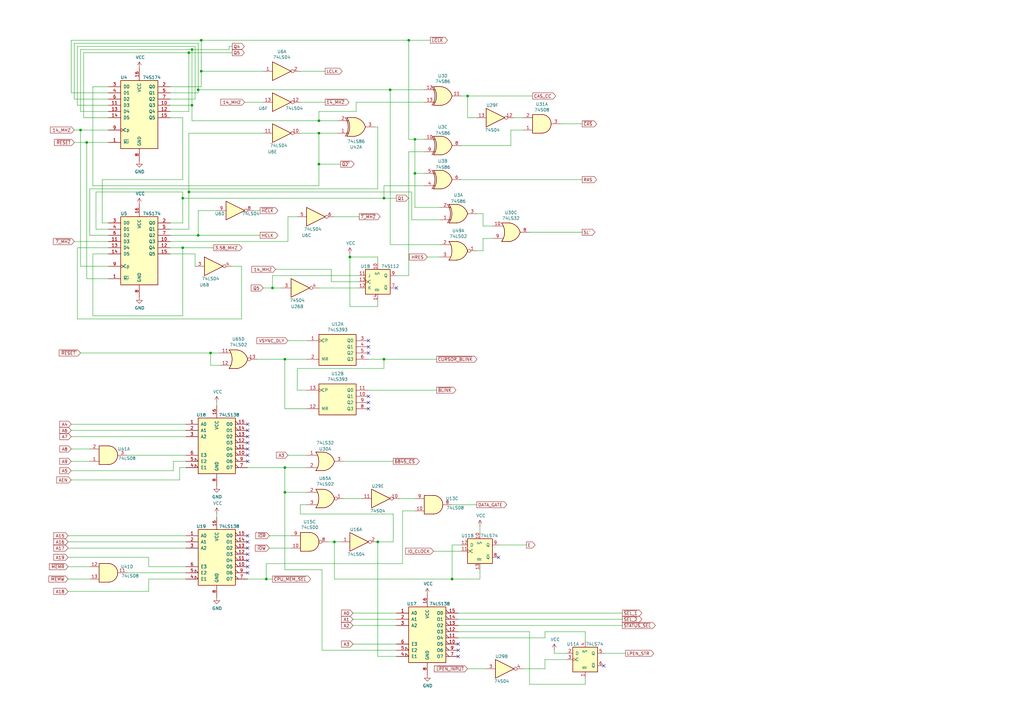
<source format=kicad_sch>
(kicad_sch (version 20230121) (generator eeschema)
  (paper "A3")
  (lib_symbols
    (symbol "74xx:74LS00" (pin_names (offset 1.016))
      (property "Reference" "U" (at 0 1.27 0))
      (property "Value" "74LS00" (at 0 -1.27 0))
      (symbol "74LS00_1_1"
        (pin input line (at -7.62 2.54 0) (length 3.81) (name "~") (number "1"))
        (pin input line (at -7.62 -2.54 0) (length 3.81) (name "~") (number "2"))
        (pin output inverted (at 7.62 0 180) (length 3.81) (name "~") (number "3"))
      )
      (symbol "74LS00_1_2"
        (pin input inverted (at -7.62 2.54 0) (length 4.318) (name "~") (number "1"))
        (pin input inverted (at -7.62 -2.54 0) (length 4.318) (name "~") (number "2"))
        (pin output line (at 7.62 0 180) (length 3.81) (name "~") (number "3"))
      )
      (symbol "74LS00_2_1"
        (pin input line (at -7.62 2.54 0) (length 3.81) (name "~") (number "4"))
        (pin input line (at -7.62 -2.54 0) (length 3.81) (name "~") (number "5"))
        (pin output inverted (at 7.62 0 180) (length 3.81) (name "~") (number "6"))
      )
      (symbol "74LS00_2_2"
        (pin input inverted (at -7.62 2.54 0) (length 4.318) (name "~") (number "4"))
        (pin input inverted (at -7.62 -2.54 0) (length 4.318) (name "~") (number "5"))
        (pin output line (at 7.62 0 180) (length 3.81) (name "~") (number "6"))
      )
      (symbol "74LS00_3_1"
        (pin input line (at -7.62 -2.54 0) (length 3.81) (name "~") (number "10"))
        (pin output inverted (at 7.62 0 180) (length 3.81) (name "~") (number "8"))
        (pin input line (at -7.62 2.54 0) (length 3.81) (name "~") (number "9"))
      )
      (symbol "74LS00_3_2"
        (pin input inverted (at -7.62 -2.54 0) (length 4.318) (name "~") (number "10"))
        (pin output line (at 7.62 0 180) (length 3.81) (name "~") (number "8"))
        (pin input inverted (at -7.62 2.54 0) (length 4.318) (name "~") (number "9"))
      )
      (symbol "74LS00_4_1"
        (pin output inverted (at 7.62 0 180) (length 3.81) (name "~") (number "11"))
        (pin input line (at -7.62 2.54 0) (length 3.81) (name "~") (number "12"))
        (pin input line (at -7.62 -2.54 0) (length 3.81) (name "~") (number "13"))
      )
      (symbol "74LS00_4_2"
        (pin output line (at 7.62 0 180) (length 3.81) (name "~") (number "11"))
        (pin input inverted (at -7.62 2.54 0) (length 4.318) (name "~") (number "12"))
        (pin input inverted (at -7.62 -2.54 0) (length 4.318) (name "~") (number "13"))
      )
      (symbol "74LS00_5_0"
        (pin power_in line (at 0 12.7 270) (length 5.08) (name "VCC") (number "14"))
        (pin power_in line (at 0 -12.7 90) (length 5.08) (name "GND") (number "7"))
      )
    )
    (symbol "74xx:74LS02" (pin_names (offset 1.016))
      (property "Reference" "U" (at 0 1.27 0))
      (property "Value" "74LS02" (at 0 -1.27 0))
      (symbol "74LS02_1_1"
        (pin output inverted (at 7.62 0 180) (length 3.81) (name "~") (number "1"))
        (pin input line (at -7.62 2.54 0) (length 4.318) (name "~") (number "2"))
        (pin input line (at -7.62 -2.54 0) (length 4.318) (name "~") (number "3"))
      )
      (symbol "74LS02_1_2"
        (pin output line (at 7.62 0 180) (length 3.81) (name "~") (number "1"))
        (pin input inverted (at -7.62 2.54 0) (length 3.81) (name "~") (number "2"))
        (pin input inverted (at -7.62 -2.54 0) (length 3.81) (name "~") (number "3"))
      )
      (symbol "74LS02_2_1"
        (pin output inverted (at 7.62 0 180) (length 3.81) (name "~") (number "4"))
        (pin input line (at -7.62 2.54 0) (length 4.318) (name "~") (number "5"))
        (pin input line (at -7.62 -2.54 0) (length 4.318) (name "~") (number "6"))
      )
      (symbol "74LS02_2_2"
        (pin output line (at 7.62 0 180) (length 3.81) (name "~") (number "4"))
        (pin input inverted (at -7.62 2.54 0) (length 3.81) (name "~") (number "5"))
        (pin input inverted (at -7.62 -2.54 0) (length 3.81) (name "~") (number "6"))
      )
      (symbol "74LS02_3_1"
        (pin output inverted (at 7.62 0 180) (length 3.81) (name "~") (number "10"))
        (pin input line (at -7.62 2.54 0) (length 4.318) (name "~") (number "8"))
        (pin input line (at -7.62 -2.54 0) (length 4.318) (name "~") (number "9"))
      )
      (symbol "74LS02_3_2"
        (pin output line (at 7.62 0 180) (length 3.81) (name "~") (number "10"))
        (pin input inverted (at -7.62 2.54 0) (length 3.81) (name "~") (number "8"))
        (pin input inverted (at -7.62 -2.54 0) (length 3.81) (name "~") (number "9"))
      )
      (symbol "74LS02_4_1"
        (pin input line (at -7.62 2.54 0) (length 4.318) (name "~") (number "11"))
        (pin input line (at -7.62 -2.54 0) (length 4.318) (name "~") (number "12"))
        (pin output inverted (at 7.62 0 180) (length 3.81) (name "~") (number "13"))
      )
      (symbol "74LS02_4_2"
        (pin input inverted (at -7.62 2.54 0) (length 3.81) (name "~") (number "11"))
        (pin input inverted (at -7.62 -2.54 0) (length 3.81) (name "~") (number "12"))
        (pin output line (at 7.62 0 180) (length 3.81) (name "~") (number "13"))
      )
      (symbol "74LS02_5_0"
        (pin power_in line (at 0 12.7 270) (length 5.08) (name "VCC") (number "14"))
        (pin power_in line (at 0 -12.7 90) (length 5.08) (name "GND") (number "7"))
      )
    )
    (symbol "74xx:74LS04"
      (property "Reference" "U" (at 0 1.27 0))
      (property "Value" "74LS04" (at 0 -1.27 0))
      (symbol "74LS04_1_0"
        (pin input line (at -7.62 0 0) (length 3.81) (name "~") (number "1"))
        (pin output inverted (at 7.62 0 180) (length 3.81) (name "~") (number "2"))
      )
      (symbol "74LS04_2_0"
        (pin input line (at -7.62 0 0) (length 3.81) (name "~") (number "3"))
        (pin output inverted (at 7.62 0 180) (length 3.81) (name "~") (number "4"))
      )
      (symbol "74LS04_3_0"
        (pin input line (at -7.62 0 0) (length 3.81) (name "~") (number "5"))
        (pin output inverted (at 7.62 0 180) (length 3.81) (name "~") (number "6"))
      )
      (symbol "74LS04_4_0"
        (pin output inverted (at 7.62 0 180) (length 3.81) (name "~") (number "8"))
        (pin input line (at -7.62 0 0) (length 3.81) (name "~") (number "9"))
      )
      (symbol "74LS04_5_0"
        (pin output inverted (at 7.62 0 180) (length 3.81) (name "~") (number "10"))
        (pin input line (at -7.62 0 0) (length 3.81) (name "~") (number "11"))
      )
      (symbol "74LS04_6_0"
        (pin output inverted (at 7.62 0 180) (length 3.81) (name "~") (number "12"))
        (pin input line (at -7.62 0 0) (length 3.81) (name "~") (number "13"))
      )
      (symbol "74LS04_7_0"
        (pin power_in line (at 0 12.7 270) (length 5.08) (name "VCC") (number "14"))
        (pin power_in line (at 0 -12.7 90) (length 5.08) (name "GND") (number "7"))
      )
    )
    (symbol "74xx:74LS08" (pin_names (offset 1.016))
      (property "Reference" "U" (at 0 1.27 0))
      (property "Value" "74LS08" (at 0 -1.27 0))
      (symbol "74LS08_1_1"
        (pin input line (at -7.62 2.54 0) (length 3.81) (name "~") (number "1"))
        (pin input line (at -7.62 -2.54 0) (length 3.81) (name "~") (number "2"))
        (pin output line (at 7.62 0 180) (length 3.81) (name "~") (number "3"))
      )
      (symbol "74LS08_1_2"
        (pin input inverted (at -7.62 2.54 0) (length 4.318) (name "~") (number "1"))
        (pin input inverted (at -7.62 -2.54 0) (length 4.318) (name "~") (number "2"))
        (pin output inverted (at 7.62 0 180) (length 3.81) (name "~") (number "3"))
      )
      (symbol "74LS08_2_1"
        (pin input line (at -7.62 2.54 0) (length 3.81) (name "~") (number "4"))
        (pin input line (at -7.62 -2.54 0) (length 3.81) (name "~") (number "5"))
        (pin output line (at 7.62 0 180) (length 3.81) (name "~") (number "6"))
      )
      (symbol "74LS08_2_2"
        (pin input inverted (at -7.62 2.54 0) (length 4.318) (name "~") (number "4"))
        (pin input inverted (at -7.62 -2.54 0) (length 4.318) (name "~") (number "5"))
        (pin output inverted (at 7.62 0 180) (length 3.81) (name "~") (number "6"))
      )
      (symbol "74LS08_3_1"
        (pin input line (at -7.62 -2.54 0) (length 3.81) (name "~") (number "10"))
        (pin output line (at 7.62 0 180) (length 3.81) (name "~") (number "8"))
        (pin input line (at -7.62 2.54 0) (length 3.81) (name "~") (number "9"))
      )
      (symbol "74LS08_3_2"
        (pin input inverted (at -7.62 -2.54 0) (length 4.318) (name "~") (number "10"))
        (pin output inverted (at 7.62 0 180) (length 3.81) (name "~") (number "8"))
        (pin input inverted (at -7.62 2.54 0) (length 4.318) (name "~") (number "9"))
      )
      (symbol "74LS08_4_1"
        (pin output line (at 7.62 0 180) (length 3.81) (name "~") (number "11"))
        (pin input line (at -7.62 2.54 0) (length 3.81) (name "~") (number "12"))
        (pin input line (at -7.62 -2.54 0) (length 3.81) (name "~") (number "13"))
      )
      (symbol "74LS08_4_2"
        (pin output inverted (at 7.62 0 180) (length 3.81) (name "~") (number "11"))
        (pin input inverted (at -7.62 2.54 0) (length 4.318) (name "~") (number "12"))
        (pin input inverted (at -7.62 -2.54 0) (length 4.318) (name "~") (number "13"))
      )
      (symbol "74LS08_5_0"
        (pin power_in line (at 0 12.7 270) (length 5.08) (name "VCC") (number "14"))
        (pin power_in line (at 0 -12.7 90) (length 5.08) (name "GND") (number "7"))
      )
    )
    (symbol "74xx:74LS112" (pin_names (offset 1.016))
      (property "Reference" "U" (at -7.62 8.89 0))
      (property "Value" "74LS112" (at -7.62 -8.89 0))
      (symbol "74LS112_1_0"
        (pin input clock (at -7.62 0 0) (length 2.54) (name "C") (number "1"))
        (pin input line (at 0 -7.62 90) (length 2.54) (name "~{R}") (number "15"))
        (pin input line (at -7.62 -2.54 0) (length 2.54) (name "K") (number "2"))
        (pin input line (at -7.62 2.54 0) (length 2.54) (name "J") (number "3"))
        (pin input line (at 0 7.62 270) (length 2.54) (name "~{S}") (number "4"))
        (pin output line (at 7.62 2.54 180) (length 2.54) (name "Q") (number "5"))
        (pin output line (at 7.62 -2.54 180) (length 2.54) (name "~{Q}") (number "6"))
      )
      (symbol "74LS112_2_0"
        (pin input line (at 0 7.62 270) (length 2.54) (name "~{S}") (number "10"))
        (pin input line (at -7.62 2.54 0) (length 2.54) (name "J") (number "11"))
        (pin input line (at -7.62 -2.54 0) (length 2.54) (name "K") (number "12"))
        (pin input clock (at -7.62 0 0) (length 2.54) (name "C") (number "13"))
        (pin input line (at 0 -7.62 90) (length 2.54) (name "~{R}") (number "14"))
        (pin output line (at 7.62 -2.54 180) (length 2.54) (name "~{Q}") (number "7"))
        (pin output line (at 7.62 2.54 180) (length 2.54) (name "Q") (number "9"))
      )
      (symbol "74LS112_3_0"
        (pin power_in line (at 0 10.16 270) (length 2.54) (name "VCC") (number "16"))
        (pin power_in line (at 0 -10.16 90) (length 2.54) (name "GND") (number "8"))
      )
    )
    (symbol "74xx:74LS138" (pin_names (offset 1.016))
      (property "Reference" "U" (at -7.62 11.43 0))
      (property "Value" "74LS138" (at -7.62 -13.97 0))
      (symbol "74LS138_1_0"
        (pin input line (at -12.7 7.62 0) (length 5.08) (name "A0") (number "1"))
        (pin output output_low (at 12.7 -5.08 180) (length 5.08) (name "O5") (number "10"))
        (pin output output_low (at 12.7 -2.54 180) (length 5.08) (name "O4") (number "11"))
        (pin output output_low (at 12.7 0 180) (length 5.08) (name "O3") (number "12"))
        (pin output output_low (at 12.7 2.54 180) (length 5.08) (name "O2") (number "13"))
        (pin output output_low (at 12.7 5.08 180) (length 5.08) (name "O1") (number "14"))
        (pin output output_low (at 12.7 7.62 180) (length 5.08) (name "O0") (number "15"))
        (pin power_in line (at 0 15.24 270) (length 5.08) (name "VCC") (number "16"))
        (pin input line (at -12.7 5.08 0) (length 5.08) (name "A1") (number "2"))
        (pin input line (at -12.7 2.54 0) (length 5.08) (name "A2") (number "3"))
        (pin input input_low (at -12.7 -10.16 0) (length 5.08) (name "E1") (number "4"))
        (pin input input_low (at -12.7 -7.62 0) (length 5.08) (name "E2") (number "5"))
        (pin input line (at -12.7 -5.08 0) (length 5.08) (name "E3") (number "6"))
        (pin output output_low (at 12.7 -10.16 180) (length 5.08) (name "O7") (number "7"))
        (pin power_in line (at 0 -17.78 90) (length 5.08) (name "GND") (number "8"))
        (pin output output_low (at 12.7 -7.62 180) (length 5.08) (name "O6") (number "9"))
      )
    )
    (symbol "74xx:74LS174" (pin_names (offset 1.016))
      (property "Reference" "U" (at -7.62 13.97 0))
      (property "Value" "74LS174" (at -7.62 -16.51 0))
      (symbol "74LS174_1_0"
        (pin input line (at -12.7 -12.7 0) (length 5.08) (name "~{Mr}") (number "1"))
        (pin output line (at 12.7 2.54 180) (length 5.08) (name "Q3") (number "10"))
        (pin input line (at -12.7 2.54 0) (length 5.08) (name "D3") (number "11"))
        (pin output line (at 12.7 0 180) (length 5.08) (name "Q4") (number "12"))
        (pin input line (at -12.7 0 0) (length 5.08) (name "D4") (number "13"))
        (pin input line (at -12.7 -2.54 0) (length 5.08) (name "D5") (number "14"))
        (pin output line (at 12.7 -2.54 180) (length 5.08) (name "Q5") (number "15"))
        (pin power_in line (at 0 17.78 270) (length 5.08) (name "VCC") (number "16"))
        (pin output line (at 12.7 10.16 180) (length 5.08) (name "Q0") (number "2"))
        (pin input line (at -12.7 10.16 0) (length 5.08) (name "D0") (number "3"))
        (pin input line (at -12.7 7.62 0) (length 5.08) (name "D1") (number "4"))
        (pin output line (at 12.7 7.62 180) (length 5.08) (name "Q1") (number "5"))
        (pin input line (at -12.7 5.08 0) (length 5.08) (name "D2") (number "6"))
        (pin output line (at 12.7 5.08 180) (length 5.08) (name "Q2") (number "7"))
        (pin power_in line (at 0 -20.32 90) (length 5.08) (name "GND") (number "8"))
        (pin input clock (at -12.7 -7.62 0) (length 5.08) (name "Cp") (number "9"))
      )
    )
    (symbol "74xx:74LS32" (pin_names (offset 1.016))
      (property "Reference" "U" (at 0 1.27 0))
      (property "Value" "74LS32" (at 0 -1.27 0))
      (symbol "74LS32_1_1"
        (pin input line (at -7.62 2.54 0) (length 4.318) (name "~") (number "1"))
        (pin input line (at -7.62 -2.54 0) (length 4.318) (name "~") (number "2"))
        (pin output line (at 7.62 0 180) (length 3.81) (name "~") (number "3"))
      )
      (symbol "74LS32_1_2"
        (pin input inverted (at -7.62 2.54 0) (length 3.81) (name "~") (number "1"))
        (pin input inverted (at -7.62 -2.54 0) (length 3.81) (name "~") (number "2"))
        (pin output inverted (at 7.62 0 180) (length 3.81) (name "~") (number "3"))
      )
      (symbol "74LS32_2_1"
        (pin input line (at -7.62 2.54 0) (length 4.318) (name "~") (number "4"))
        (pin input line (at -7.62 -2.54 0) (length 4.318) (name "~") (number "5"))
        (pin output line (at 7.62 0 180) (length 3.81) (name "~") (number "6"))
      )
      (symbol "74LS32_2_2"
        (pin input inverted (at -7.62 2.54 0) (length 3.81) (name "~") (number "4"))
        (pin input inverted (at -7.62 -2.54 0) (length 3.81) (name "~") (number "5"))
        (pin output inverted (at 7.62 0 180) (length 3.81) (name "~") (number "6"))
      )
      (symbol "74LS32_3_1"
        (pin input line (at -7.62 -2.54 0) (length 4.318) (name "~") (number "10"))
        (pin output line (at 7.62 0 180) (length 3.81) (name "~") (number "8"))
        (pin input line (at -7.62 2.54 0) (length 4.318) (name "~") (number "9"))
      )
      (symbol "74LS32_3_2"
        (pin input inverted (at -7.62 -2.54 0) (length 3.81) (name "~") (number "10"))
        (pin output inverted (at 7.62 0 180) (length 3.81) (name "~") (number "8"))
        (pin input inverted (at -7.62 2.54 0) (length 3.81) (name "~") (number "9"))
      )
      (symbol "74LS32_4_1"
        (pin output line (at 7.62 0 180) (length 3.81) (name "~") (number "11"))
        (pin input line (at -7.62 2.54 0) (length 4.318) (name "~") (number "12"))
        (pin input line (at -7.62 -2.54 0) (length 4.318) (name "~") (number "13"))
      )
      (symbol "74LS32_4_2"
        (pin output inverted (at 7.62 0 180) (length 3.81) (name "~") (number "11"))
        (pin input inverted (at -7.62 2.54 0) (length 3.81) (name "~") (number "12"))
        (pin input inverted (at -7.62 -2.54 0) (length 3.81) (name "~") (number "13"))
      )
      (symbol "74LS32_5_0"
        (pin power_in line (at 0 12.7 270) (length 5.08) (name "VCC") (number "14"))
        (pin power_in line (at 0 -12.7 90) (length 5.08) (name "GND") (number "7"))
      )
    )
    (symbol "74xx:74LS393" (pin_names (offset 1.016))
      (property "Reference" "U" (at -7.62 8.89 0))
      (property "Value" "74LS393" (at -7.62 -8.89 0))
      (symbol "74LS393_1_0"
        (pin input clock (at -12.7 2.54 0) (length 5.08) (name "CP") (number "1"))
        (pin input line (at -12.7 -5.08 0) (length 5.08) (name "MR") (number "2"))
        (pin output line (at 12.7 2.54 180) (length 5.08) (name "Q0") (number "3"))
        (pin output line (at 12.7 0 180) (length 5.08) (name "Q1") (number "4"))
        (pin output line (at 12.7 -2.54 180) (length 5.08) (name "Q2") (number "5"))
        (pin output line (at 12.7 -5.08 180) (length 5.08) (name "Q3") (number "6"))
      )
      (symbol "74LS393_2_0"
        (pin output line (at 12.7 0 180) (length 5.08) (name "Q1") (number "10"))
        (pin output line (at 12.7 2.54 180) (length 5.08) (name "Q0") (number "11"))
        (pin input line (at -12.7 -5.08 0) (length 5.08) (name "MR") (number "12"))
        (pin input clock (at -12.7 2.54 0) (length 5.08) (name "CP") (number "13"))
        (pin output line (at 12.7 -5.08 180) (length 5.08) (name "Q3") (number "8"))
        (pin output line (at 12.7 -2.54 180) (length 5.08) (name "Q2") (number "9"))
      )
      (symbol "74LS393_3_0"
        (pin power_in line (at 0 12.7 270) (length 5.08) (name "VCC") (number "14"))
        (pin power_in line (at 0 -12.7 90) (length 5.08) (name "GND") (number "7"))
      )
    )
    (symbol "74xx:74LS74" (pin_names (offset 1.016))
      (property "Reference" "U" (at -7.62 8.89 0))
      (property "Value" "74LS74" (at -7.62 -8.89 0))
      (symbol "74LS74_1_0"
        (pin input line (at 0 -7.62 90) (length 2.54) (name "~{R}") (number "1"))
        (pin input line (at -7.62 2.54 0) (length 2.54) (name "D") (number "2"))
        (pin input clock (at -7.62 0 0) (length 2.54) (name "C") (number "3"))
        (pin input line (at 0 7.62 270) (length 2.54) (name "~{S}") (number "4"))
        (pin output line (at 7.62 2.54 180) (length 2.54) (name "Q") (number "5"))
        (pin output line (at 7.62 -2.54 180) (length 2.54) (name "~{Q}") (number "6"))
      )
      (symbol "74LS74_2_0"
        (pin input line (at 0 7.62 270) (length 2.54) (name "~{S}") (number "10"))
        (pin input clock (at -7.62 0 0) (length 2.54) (name "C") (number "11"))
        (pin input line (at -7.62 2.54 0) (length 2.54) (name "D") (number "12"))
        (pin input line (at 0 -7.62 90) (length 2.54) (name "~{R}") (number "13"))
        (pin output line (at 7.62 -2.54 180) (length 2.54) (name "~{Q}") (number "8"))
        (pin output line (at 7.62 2.54 180) (length 2.54) (name "Q") (number "9"))
      )
      (symbol "74LS74_3_0"
        (pin power_in line (at 0 10.16 270) (length 2.54) (name "VCC") (number "14"))
        (pin power_in line (at 0 -10.16 90) (length 2.54) (name "GND") (number "7"))
      )
    )
    (symbol "74xx:74LS86" (pin_names (offset 1.016))
      (property "Reference" "U" (at 0 1.27 0))
      (property "Value" "74LS86" (at 0 -1.27 0))
      (symbol "74LS86_1_0"
        (pin input line (at -7.62 2.54 0) (length 4.445) (name "~") (number "1"))
        (pin input line (at -7.62 -2.54 0) (length 4.445) (name "~") (number "2"))
        (pin output line (at 7.62 0 180) (length 3.81) (name "~") (number "3"))
      )
      (symbol "74LS86_2_0"
        (pin input line (at -7.62 2.54 0) (length 4.445) (name "~") (number "4"))
        (pin input line (at -7.62 -2.54 0) (length 4.445) (name "~") (number "5"))
        (pin output line (at 7.62 0 180) (length 3.81) (name "~") (number "6"))
      )
      (symbol "74LS86_3_0"
        (pin input line (at -7.62 -2.54 0) (length 4.445) (name "~") (number "10"))
        (pin output line (at 7.62 0 180) (length 3.81) (name "~") (number "8"))
        (pin input line (at -7.62 2.54 0) (length 4.445) (name "~") (number "9"))
      )
      (symbol "74LS86_4_0"
        (pin output line (at 7.62 0 180) (length 3.81) (name "~") (number "11"))
        (pin input line (at -7.62 2.54 0) (length 4.445) (name "~") (number "12"))
        (pin input line (at -7.62 -2.54 0) (length 4.445) (name "~") (number "13"))
      )
      (symbol "74LS86_5_0"
        (pin power_in line (at 0 12.7 270) (length 5.08) (name "VCC") (number "14"))
        (pin power_in line (at 0 -12.7 90) (length 5.08) (name "GND") (number "7"))
      )
    )
    (symbol "power:GND" (power) (pin_names (offset 0))
      (property "Value" "GND" (at 0 -3.81 0))
      (symbol "GND_1_1"
        (pin power_in line (at 0 0 270) (length 0) hide (name "GND") (number "1"))
      )
    )
    (symbol "power:VCC" (power) (pin_names (offset 0))
      (property "Value" "VCC" (at 0 3.81 0))
      (symbol "VCC_1_1"
        (pin power_in line (at 0 0 90) (length 0) hide (name "VCC") (number "1"))
      )
    )
  )
  (junction (at 185.42 237.49))
  (junction (at 130.81 67.31))
  (junction (at 81.28 96.52))
  (junction (at 154.94 222.25))
  (junction (at 167.64 16.51))
  (junction (at 81.28 36.83))
  (junction (at 116.84 147.32))
  (junction (at 74.93 101.6))
  (junction (at 143.51 105.41))
  (junction (at 160.02 36.83))
  (junction (at 130.81 54.61))
  (junction (at 78.74 20.32))
  (junction (at 116.84 191.77))
  (junction (at 191.77 39.37))
  (junction (at 78.74 43.18))
  (junction (at 170.18 71.12))
  (junction (at 77.47 78.74))
  (junction (at 157.48 81.28))
  (junction (at 33.02 53.34))
  (junction (at 77.47 21.59))
  (junction (at 82.55 16.51))
  (junction (at 137.16 222.25))
  (junction (at 170.18 57.15))
  (junction (at 35.56 58.42))
  (junction (at 111.76 118.11))
  (junction (at 130.81 49.53))
  (junction (at 86.36 144.78))
  (junction (at 116.84 201.93))
  (junction (at 157.48 147.32))
  (junction (at 82.55 29.21))
  (junction (at 74.93 81.28))
  (junction (at 109.22 237.49))
  (no_connect (at 101.6 227.33))
  (no_connect (at 187.96 269.24))
  (no_connect (at 151.13 144.78))
  (no_connect (at 101.6 232.41))
  (no_connect (at 101.6 222.25))
  (no_connect (at 204.47 228.6))
  (no_connect (at 101.6 234.95))
  (no_connect (at 101.6 229.87))
  (no_connect (at 151.13 142.24))
  (no_connect (at 101.6 186.69))
  (no_connect (at 151.13 167.64))
  (no_connect (at 101.6 189.23))
  (no_connect (at 101.6 224.79))
  (no_connect (at 187.96 264.16))
  (no_connect (at 101.6 176.53))
  (no_connect (at 101.6 173.99))
  (no_connect (at 151.13 165.1))
  (no_connect (at 101.6 219.71))
  (no_connect (at 247.65 273.05))
  (no_connect (at 101.6 181.61))
  (no_connect (at 162.56 118.11))
  (no_connect (at 101.6 184.15))
  (no_connect (at 151.13 139.7))
  (no_connect (at 101.6 179.07))
  (no_connect (at 151.13 162.56))
  (no_connect (at 187.96 266.7))
  (wire (pts (xy 116.84 201.93) (xy 125.73 201.93)))
  (wire (pts (xy 88.9 210.82) (xy 88.9 212.09)))
  (wire (pts (xy 78.74 20.32) (xy 93.98 20.32)))
  (wire (pts (xy 187.96 259.08) (xy 217.17 259.08)))
  (wire (pts (xy 77.47 78.74) (xy 77.47 93.98)))
  (wire (pts (xy 116.84 147.32) (xy 116.84 167.64)))
  (wire (pts (xy 154.94 52.07) (xy 154.94 77.47)))
  (wire (pts (xy 223.52 259.08) (xy 240.03 259.08)))
  (wire (pts (xy 76.2 232.41) (xy 60.96 232.41)))
  (wire (pts (xy 144.78 264.16) (xy 162.56 264.16)))
  (wire (pts (xy 165.1 209.55) (xy 170.18 209.55)))
  (wire (pts (xy 88.9 86.36) (xy 81.28 86.36)))
  (wire (pts (xy 44.45 104.14) (xy 38.1 104.14)))
  (wire (pts (xy 78.74 43.18) (xy 78.74 20.32)))
  (wire (pts (xy 175.26 105.41) (xy 180.34 105.41)))
  (wire (pts (xy 69.85 48.26) (xy 74.93 48.26)))
  (wire (pts (xy 31.75 19.05) (xy 31.75 43.18)))
  (wire (pts (xy 33.02 45.72) (xy 44.45 45.72)))
  (wire (pts (xy 170.18 57.15) (xy 170.18 71.12)))
  (wire (pts (xy 31.75 43.18) (xy 44.45 43.18)))
  (wire (pts (xy 168.91 90.17) (xy 168.91 78.74)))
  (wire (pts (xy 93.98 20.32) (xy 93.98 19.05)))
  (wire (pts (xy 154.94 125.73) (xy 154.94 123.19)))
  (wire (pts (xy 36.83 232.41) (xy 27.94 232.41)))
  (wire (pts (xy 95.25 109.22) (xy 99.06 109.22)))
  (wire (pts (xy 93.98 19.05) (xy 95.25 19.05)))
  (wire (pts (xy 76.2 224.79) (xy 27.94 224.79)))
  (wire (pts (xy 125.73 186.69) (xy 118.11 186.69)))
  (wire (pts (xy 143.51 125.73) (xy 154.94 125.73)))
  (wire (pts (xy 44.45 114.3) (xy 35.56 114.3)))
  (wire (pts (xy 90.17 149.86) (xy 86.36 149.86)))
  (wire (pts (xy 198.12 92.71) (xy 201.93 92.71)))
  (wire (pts (xy 80.01 40.64) (xy 80.01 19.05)))
  (wire (pts (xy 100.33 41.91) (xy 107.95 41.91)))
  (wire (pts (xy 60.96 228.6) (xy 27.94 228.6)))
  (wire (pts (xy 130.81 118.11) (xy 147.32 118.11)))
  (wire (pts (xy 123.19 54.61) (xy 130.81 54.61)))
  (wire (pts (xy 170.18 71.12) (xy 170.18 85.09)))
  (wire (pts (xy 119.38 219.71) (xy 110.49 219.71)))
  (wire (pts (xy 223.52 270.51) (xy 232.41 270.51)))
  (wire (pts (xy 36.83 237.49) (xy 27.94 237.49)))
  (wire (pts (xy 74.93 73.66) (xy 41.91 73.66)))
  (wire (pts (xy 35.56 58.42) (xy 30.48 58.42)))
  (wire (pts (xy 157.48 81.28) (xy 74.93 81.28)))
  (wire (pts (xy 198.12 87.63) (xy 198.12 92.71)))
  (wire (pts (xy 198.12 102.87) (xy 198.12 97.79)))
  (wire (pts (xy 33.02 53.34) (xy 33.02 109.22)))
  (wire (pts (xy 34.29 48.26) (xy 44.45 48.26)))
  (wire (pts (xy 198.12 97.79) (xy 201.93 97.79)))
  (wire (pts (xy 132.08 266.7) (xy 162.56 266.7)))
  (wire (pts (xy 78.74 49.53) (xy 130.81 49.53)))
  (wire (pts (xy 74.93 78.74) (xy 39.37 78.74)))
  (wire (pts (xy 69.85 91.44) (xy 74.93 91.44)))
  (wire (pts (xy 119.38 224.79) (xy 110.49 224.79)))
  (wire (pts (xy 191.77 274.32) (xy 199.39 274.32)))
  (wire (pts (xy 195.58 102.87) (xy 198.12 102.87)))
  (wire (pts (xy 86.36 149.86) (xy 86.36 144.78)))
  (wire (pts (xy 161.29 210.82) (xy 123.19 210.82)))
  (wire (pts (xy 177.8 226.06) (xy 189.23 226.06)))
  (wire (pts (xy 74.93 129.54) (xy 74.93 101.6)))
  (wire (pts (xy 76.2 179.07) (xy 29.21 179.07)))
  (wire (pts (xy 76.2 222.25) (xy 27.94 222.25)))
  (wire (pts (xy 38.1 76.2) (xy 38.1 35.56)))
  (wire (pts (xy 73.66 196.85) (xy 29.21 196.85)))
  (wire (pts (xy 214.63 274.32) (xy 223.52 274.32)))
  (wire (pts (xy 69.85 45.72) (xy 77.47 45.72)))
  (wire (pts (xy 69.85 96.52) (xy 81.28 96.52)))
  (wire (pts (xy 116.84 233.68) (xy 132.08 233.68)))
  (wire (pts (xy 81.28 36.83) (xy 160.02 36.83)))
  (wire (pts (xy 81.28 86.36) (xy 81.28 96.52)))
  (wire (pts (xy 130.81 49.53) (xy 138.43 49.53)))
  (wire (pts (xy 168.91 78.74) (xy 77.47 78.74)))
  (wire (pts (xy 210.82 48.26) (xy 214.63 48.26)))
  (wire (pts (xy 170.18 85.09) (xy 180.34 85.09)))
  (wire (pts (xy 173.99 76.2) (xy 157.48 76.2)))
  (wire (pts (xy 29.21 38.1) (xy 44.45 38.1)))
  (wire (pts (xy 88.9 166.37) (xy 88.9 165.1)))
  (wire (pts (xy 187.96 251.46) (xy 255.27 251.46)))
  (wire (pts (xy 191.77 39.37) (xy 191.77 48.26)))
  (wire (pts (xy 36.83 77.47) (xy 36.83 96.52)))
  (wire (pts (xy 167.64 16.51) (xy 176.53 16.51)))
  (wire (pts (xy 146.05 41.91) (xy 173.99 41.91)))
  (wire (pts (xy 125.73 147.32) (xy 116.84 147.32)))
  (wire (pts (xy 143.51 105.41) (xy 143.51 125.73)))
  (wire (pts (xy 76.2 237.49) (xy 60.96 237.49)))
  (wire (pts (xy 160.02 100.33) (xy 180.34 100.33)))
  (wire (pts (xy 38.1 104.14) (xy 38.1 129.54)))
  (wire (pts (xy 217.17 95.25) (xy 238.76 95.25)))
  (wire (pts (xy 111.76 113.03) (xy 111.76 118.11)))
  (wire (pts (xy 154.94 269.24) (xy 154.94 222.25)))
  (wire (pts (xy 138.43 54.61) (xy 130.81 54.61)))
  (wire (pts (xy 81.28 36.83) (xy 81.28 17.78)))
  (wire (pts (xy 146.05 41.91) (xy 146.05 45.72)))
  (wire (pts (xy 116.84 233.68) (xy 116.84 201.93)))
  (wire (pts (xy 247.65 267.97) (xy 256.54 267.97)))
  (wire (pts (xy 76.2 191.77) (xy 73.66 191.77)))
  (wire (pts (xy 36.83 96.52) (xy 44.45 96.52)))
  (wire (pts (xy 157.48 147.32) (xy 179.07 147.32)))
  (wire (pts (xy 134.62 222.25) (xy 137.16 222.25)))
  (wire (pts (xy 74.93 81.28) (xy 74.93 78.74)))
  (wire (pts (xy 30.48 17.78) (xy 30.48 40.64)))
  (wire (pts (xy 165.1 231.14) (xy 165.1 209.55)))
  (wire (pts (xy 240.03 280.67) (xy 240.03 278.13)))
  (wire (pts (xy 154.94 107.95) (xy 154.94 105.41)))
  (wire (pts (xy 82.55 29.21) (xy 82.55 16.51)))
  (wire (pts (xy 137.16 222.25) (xy 137.16 237.49)))
  (wire (pts (xy 74.93 101.6) (xy 69.85 101.6)))
  (wire (pts (xy 123.19 29.21) (xy 133.35 29.21)))
  (wire (pts (xy 82.55 16.51) (xy 167.64 16.51)))
  (wire (pts (xy 81.28 96.52) (xy 106.68 96.52)))
  (wire (pts (xy 132.08 233.68) (xy 132.08 266.7)))
  (wire (pts (xy 109.22 237.49) (xy 109.22 231.14)))
  (wire (pts (xy 223.52 274.32) (xy 223.52 270.51)))
  (wire (pts (xy 69.85 43.18) (xy 78.74 43.18)))
  (wire (pts (xy 41.91 91.44) (xy 44.45 91.44)))
  (wire (pts (xy 33.02 53.34) (xy 30.48 53.34)))
  (wire (pts (xy 31.75 130.81) (xy 31.75 101.6)))
  (wire (pts (xy 167.64 113.03) (xy 162.56 113.03)))
  (wire (pts (xy 189.23 223.52) (xy 185.42 223.52)))
  (wire (pts (xy 107.95 29.21) (xy 82.55 29.21)))
  (wire (pts (xy 196.85 218.44) (xy 196.85 215.9)))
  (wire (pts (xy 71.12 189.23) (xy 71.12 193.04)))
  (wire (pts (xy 162.56 256.54) (xy 144.78 256.54)))
  (wire (pts (xy 135.89 110.49) (xy 135.89 115.57)))
  (wire (pts (xy 157.48 151.13) (xy 121.92 151.13)))
  (wire (pts (xy 69.85 40.64) (xy 80.01 40.64)))
  (wire (pts (xy 209.55 53.34) (xy 214.63 53.34)))
  (wire (pts (xy 104.14 86.36) (xy 106.68 86.36)))
  (wire (pts (xy 74.93 91.44) (xy 74.93 81.28)))
  (wire (pts (xy 173.99 57.15) (xy 170.18 57.15)))
  (wire (pts (xy 153.67 52.07) (xy 154.94 52.07)))
  (wire (pts (xy 170.18 57.15) (xy 167.64 57.15)))
  (wire (pts (xy 111.76 118.11) (xy 115.57 118.11)))
  (wire (pts (xy 35.56 114.3) (xy 35.56 58.42)))
  (wire (pts (xy 137.16 222.25) (xy 139.7 222.25)))
  (wire (pts (xy 161.29 222.25) (xy 154.94 222.25)))
  (wire (pts (xy 187.96 254) (xy 255.27 254)))
  (wire (pts (xy 195.58 87.63) (xy 198.12 87.63)))
  (wire (pts (xy 105.41 147.32) (xy 116.84 147.32)))
  (wire (pts (xy 69.85 38.1) (xy 81.28 38.1)))
  (wire (pts (xy 121.92 151.13) (xy 121.92 160.02)))
  (wire (pts (xy 157.48 147.32) (xy 157.48 151.13)))
  (wire (pts (xy 118.11 99.06) (xy 118.11 88.9)))
  (wire (pts (xy 38.1 129.54) (xy 74.93 129.54)))
  (wire (pts (xy 30.48 40.64) (xy 44.45 40.64)))
  (wire (pts (xy 187.96 256.54) (xy 255.27 256.54)))
  (wire (pts (xy 78.74 43.18) (xy 78.74 49.53)))
  (wire (pts (xy 76.2 219.71) (xy 27.94 219.71)))
  (wire (pts (xy 118.11 88.9) (xy 121.92 88.9)))
  (wire (pts (xy 217.17 280.67) (xy 240.03 280.67)))
  (wire (pts (xy 167.64 62.23) (xy 167.64 113.03)))
  (wire (pts (xy 223.52 261.62) (xy 223.52 259.08)))
  (wire (pts (xy 187.96 261.62) (xy 223.52 261.62)))
  (wire (pts (xy 52.07 186.69) (xy 76.2 186.69)))
  (wire (pts (xy 167.64 57.15) (xy 167.64 16.51)))
  (wire (pts (xy 116.84 201.93) (xy 116.84 191.77)))
  (wire (pts (xy 168.91 90.17) (xy 180.34 90.17)))
  (wire (pts (xy 170.18 71.12) (xy 173.99 71.12)))
  (wire (pts (xy 154.94 77.47) (xy 36.83 77.47)))
  (wire (pts (xy 154.94 105.41) (xy 143.51 105.41)))
  (wire (pts (xy 81.28 17.78) (xy 30.48 17.78)))
  (wire (pts (xy 162.56 251.46) (xy 144.78 251.46)))
  (wire (pts (xy 69.85 35.56) (xy 82.55 35.56)))
  (wire (pts (xy 99.06 130.81) (xy 31.75 130.81)))
  (wire (pts (xy 118.11 139.7) (xy 125.73 139.7)))
  (wire (pts (xy 69.85 104.14) (xy 80.01 104.14)))
  (wire (pts (xy 107.95 118.11) (xy 111.76 118.11)))
  (wire (pts (xy 71.12 193.04) (xy 29.21 193.04)))
  (wire (pts (xy 107.95 54.61) (xy 77.47 54.61)))
  (wire (pts (xy 80.01 19.05) (xy 31.75 19.05)))
  (wire (pts (xy 41.91 73.66) (xy 41.91 91.44)))
  (wire (pts (xy 69.85 99.06) (xy 118.11 99.06)))
  (wire (pts (xy 185.42 207.01) (xy 195.58 207.01)))
  (wire (pts (xy 101.6 237.49) (xy 109.22 237.49)))
  (wire (pts (xy 137.16 237.49) (xy 185.42 237.49)))
  (wire (pts (xy 137.16 88.9) (xy 147.32 88.9)))
  (wire (pts (xy 78.74 20.32) (xy 33.02 20.32)))
  (wire (pts (xy 161.29 210.82) (xy 161.29 222.25)))
  (wire (pts (xy 29.21 189.23) (xy 36.83 189.23)))
  (wire (pts (xy 29.21 16.51) (xy 29.21 38.1)))
  (wire (pts (xy 73.66 191.77) (xy 73.66 196.85)))
  (wire (pts (xy 44.45 99.06) (xy 30.48 99.06)))
  (wire (pts (xy 227.33 267.97) (xy 232.41 267.97)))
  (wire (pts (xy 139.7 67.31) (xy 130.81 67.31)))
  (wire (pts (xy 146.05 45.72) (xy 130.81 45.72)))
  (wire (pts (xy 39.37 78.74) (xy 39.37 93.98)))
  (wire (pts (xy 52.07 234.95) (xy 76.2 234.95)))
  (wire (pts (xy 173.99 62.23) (xy 167.64 62.23)))
  (wire (pts (xy 116.84 191.77) (xy 125.73 191.77)))
  (wire (pts (xy 157.48 76.2) (xy 157.48 81.28)))
  (wire (pts (xy 116.84 167.64) (xy 125.73 167.64)))
  (wire (pts (xy 157.48 81.28) (xy 162.56 81.28)))
  (wire (pts (xy 151.13 147.32) (xy 157.48 147.32)))
  (wire (pts (xy 185.42 223.52) (xy 185.42 237.49)))
  (wire (pts (xy 185.42 237.49) (xy 196.85 237.49)))
  (wire (pts (xy 60.96 242.57) (xy 27.94 242.57)))
  (wire (pts (xy 76.2 189.23) (xy 71.12 189.23)))
  (wire (pts (xy 77.47 45.72) (xy 77.47 21.59)))
  (wire (pts (xy 74.93 48.26) (xy 74.93 73.66)))
  (wire (pts (xy 140.97 189.23) (xy 161.29 189.23)))
  (wire (pts (xy 80.01 104.14) (xy 80.01 109.22)))
  (wire (pts (xy 31.75 101.6) (xy 44.45 101.6)))
  (wire (pts (xy 60.96 232.41) (xy 60.96 228.6)))
  (wire (pts (xy 76.2 176.53) (xy 29.21 176.53)))
  (wire (pts (xy 130.81 54.61) (xy 130.81 67.31)))
  (wire (pts (xy 217.17 259.08) (xy 217.17 280.67)))
  (wire (pts (xy 38.1 35.56) (xy 44.45 35.56)))
  (wire (pts (xy 227.33 266.7) (xy 227.33 267.97)))
  (wire (pts (xy 130.81 67.31) (xy 130.81 76.2)))
  (wire (pts (xy 74.93 101.6) (xy 87.63 101.6)))
  (wire (pts (xy 189.23 39.37) (xy 191.77 39.37)))
  (wire (pts (xy 33.02 109.22) (xy 44.45 109.22)))
  (wire (pts (xy 123.19 41.91) (xy 133.35 41.91)))
  (wire (pts (xy 204.47 223.52) (xy 215.9 223.52)))
  (wire (pts (xy 135.89 115.57) (xy 147.32 115.57)))
  (wire (pts (xy 44.45 53.34) (xy 33.02 53.34)))
  (wire (pts (xy 33.02 20.32) (xy 33.02 45.72)))
  (wire (pts (xy 121.92 160.02) (xy 125.73 160.02)))
  (wire (pts (xy 130.81 45.72) (xy 130.81 49.53)))
  (wire (pts (xy 34.29 21.59) (xy 34.29 48.26)))
  (wire (pts (xy 189.23 59.69) (xy 209.55 59.69)))
  (wire (pts (xy 101.6 191.77) (xy 116.84 191.77)))
  (wire (pts (xy 151.13 160.02) (xy 179.07 160.02)))
  (wire (pts (xy 123.19 210.82) (xy 123.19 207.01)))
  (wire (pts (xy 109.22 237.49) (xy 111.76 237.49)))
  (wire (pts (xy 77.47 21.59) (xy 34.29 21.59)))
  (wire (pts (xy 44.45 58.42) (xy 35.56 58.42)))
  (wire (pts (xy 229.87 50.8) (xy 238.76 50.8)))
  (wire (pts (xy 143.51 104.14) (xy 143.51 105.41)))
  (wire (pts (xy 240.03 259.08) (xy 240.03 262.89)))
  (wire (pts (xy 109.22 231.14) (xy 165.1 231.14)))
  (wire (pts (xy 60.96 237.49) (xy 60.96 242.57)))
  (wire (pts (xy 189.23 73.66) (xy 238.76 73.66)))
  (wire (pts (xy 191.77 39.37) (xy 218.44 39.37)))
  (wire (pts (xy 209.55 59.69) (xy 209.55 53.34)))
  (wire (pts (xy 99.06 109.22) (xy 99.06 130.81)))
  (wire (pts (xy 160.02 100.33) (xy 160.02 36.83)))
  (wire (pts (xy 163.83 204.47) (xy 170.18 204.47)))
  (wire (pts (xy 162.56 254) (xy 144.78 254)))
  (wire (pts (xy 82.55 35.56) (xy 82.55 29.21)))
  (wire (pts (xy 81.28 38.1) (xy 81.28 36.83)))
  (wire (pts (xy 130.81 76.2) (xy 38.1 76.2)))
  (wire (pts (xy 39.37 93.98) (xy 44.45 93.98)))
  (wire (pts (xy 86.36 144.78) (xy 90.17 144.78)))
  (wire (pts (xy 196.85 237.49) (xy 196.85 233.68)))
  (wire (pts (xy 160.02 36.83) (xy 173.99 36.83)))
  (wire (pts (xy 123.19 207.01) (xy 125.73 207.01)))
  (wire (pts (xy 86.36 144.78) (xy 33.02 144.78)))
  (wire (pts (xy 77.47 93.98) (xy 69.85 93.98)))
  (wire (pts (xy 111.76 113.03) (xy 147.32 113.03)))
  (wire (pts (xy 140.97 204.47) (xy 148.59 204.47)))
  (wire (pts (xy 76.2 173.99) (xy 29.21 173.99)))
  (wire (pts (xy 29.21 184.15) (xy 36.83 184.15)))
  (wire (pts (xy 82.55 16.51) (xy 29.21 16.51)))
  (wire (pts (xy 113.03 110.49) (xy 135.89 110.49)))
  (wire (pts (xy 77.47 54.61) (xy 77.47 78.74)))
  (wire (pts (xy 77.47 21.59) (xy 95.25 21.59)))
  (wire (pts (xy 162.56 269.24) (xy 154.94 269.24)))
  (wire (pts (xy 191.77 48.26) (xy 195.58 48.26)))
  (global_label "~{RESET'}" (shape input) (at 33.02 144.78 180) (property "Intersheetrefs" "${INTERSHEET_REFS}" (effects hide)))
  (global_label "HCLK" (shape output) (at 106.68 96.52 0) (property "Intersheetrefs" "${INTERSHEET_REFS}" (effects hide)))
  (global_label "14_MHZ" (shape input) (at 113.03 110.49 180) (property "Intersheetrefs" "${INTERSHEET_REFS}" (effects hide)))
  (global_label "~{BLINK}" (shape output) (at 179.07 160.02 0) (property "Intersheetrefs" "${INTERSHEET_REFS}" (effects hide)))
  (global_label "Q5" (shape input) (at 107.95 118.11 180) (property "Intersheetrefs" "${INTERSHEET_REFS}" (effects hide)))
  (global_label "AEN" (shape input) (at 29.21 196.85 180) (property "Intersheetrefs" "${INTERSHEET_REFS}" (effects hide)))
  (global_label "LCLK" (shape output) (at 133.35 29.21 0) (property "Intersheetrefs" "${INTERSHEET_REFS}" (effects hide)))
  (global_label "A19" (shape input) (at 27.94 228.6 180) (property "Intersheetrefs" "${INTERSHEET_REFS}" (effects hide)))
  (global_label "IO_CLOCK" (shape input) (at 177.8 226.06 180) (property "Intersheetrefs" "${INTERSHEET_REFS}" (effects hide)))
  (global_label "A0" (shape input) (at 144.78 251.46 180) (property "Intersheetrefs" "${INTERSHEET_REFS}" (effects hide)))
  (global_label "A5" (shape input) (at 29.21 193.04 180) (property "Intersheetrefs" "${INTERSHEET_REFS}" (effects hide)))
  (global_label "CAS_CC" (shape output) (at 218.44 39.37 0) (property "Intersheetrefs" "${INTERSHEET_REFS}" (effects hide)))
  (global_label "HRES" (shape input) (at 175.26 105.41 180) (property "Intersheetrefs" "${INTERSHEET_REFS}" (effects hide)))
  (global_label "~{RESET}" (shape input) (at 30.48 58.42 180) (property "Intersheetrefs" "${INTERSHEET_REFS}" (effects hide)))
  (global_label "A1" (shape input) (at 144.78 254 180) (property "Intersheetrefs" "${INTERSHEET_REFS}" (effects hide)))
  (global_label "~{SEL_2}" (shape output) (at 255.27 254 0) (property "Intersheetrefs" "${INTERSHEET_REFS}" (effects hide)))
  (global_label "A3" (shape input) (at 144.78 264.16 180) (property "Intersheetrefs" "${INTERSHEET_REFS}" (effects hide)))
  (global_label "~{CAS}" (shape output) (at 238.76 50.8 0) (property "Intersheetrefs" "${INTERSHEET_REFS}" (effects hide)))
  (global_label "~{Q2'}" (shape output) (at 139.7 67.31 0) (property "Intersheetrefs" "${INTERSHEET_REFS}" (effects hide)))
  (global_label "~{6845_CS}" (shape output) (at 161.29 189.23 0) (property "Intersheetrefs" "${INTERSHEET_REFS}" (effects hide)))
  (global_label "~{MEMW}" (shape input) (at 27.94 237.49 180) (property "Intersheetrefs" "${INTERSHEET_REFS}" (effects hide)))
  (global_label "A3" (shape input) (at 118.11 186.69 180) (property "Intersheetrefs" "${INTERSHEET_REFS}" (effects hide)))
  (global_label "14_MHZ" (shape input) (at 100.33 41.91 180) (property "Intersheetrefs" "${INTERSHEET_REFS}" (effects hide)))
  (global_label "A2" (shape input) (at 144.78 256.54 180) (property "Intersheetrefs" "${INTERSHEET_REFS}" (effects hide)))
  (global_label "14_MHZ" (shape input) (at 30.48 53.34 180) (property "Intersheetrefs" "${INTERSHEET_REFS}" (effects hide)))
  (global_label "~{LPEN_INPUT}" (shape input) (at 191.77 274.32 180) (property "Intersheetrefs" "${INTERSHEET_REFS}" (effects hide)))
  (global_label "A9" (shape input) (at 29.21 189.23 180) (property "Intersheetrefs" "${INTERSHEET_REFS}" (effects hide)))
  (global_label "A4" (shape input) (at 29.21 173.99 180) (property "Intersheetrefs" "${INTERSHEET_REFS}" (effects hide)))
  (global_label "A6" (shape input) (at 29.21 176.53 180) (property "Intersheetrefs" "${INTERSHEET_REFS}" (effects hide)))
  (global_label "RAS" (shape output) (at 238.76 73.66 0) (property "Intersheetrefs" "${INTERSHEET_REFS}" (effects hide)))
  (global_label "~{HCLK}" (shape output) (at 106.68 86.36 0) (property "Intersheetrefs" "${INTERSHEET_REFS}" (effects hide)))
  (global_label "A17" (shape input) (at 27.94 224.79 180) (property "Intersheetrefs" "${INTERSHEET_REFS}" (effects hide)))
  (global_label "DATA_GATE" (shape output) (at 195.58 207.01 0) (property "Intersheetrefs" "${INTERSHEET_REFS}" (effects hide)))
  (global_label "Q5" (shape output) (at 95.25 21.59 0) (property "Intersheetrefs" "${INTERSHEET_REFS}" (effects hide)))
  (global_label "A15" (shape input) (at 27.94 219.71 180) (property "Intersheetrefs" "${INTERSHEET_REFS}" (effects hide)))
  (global_label "Q4" (shape output) (at 95.25 19.05 0) (property "Intersheetrefs" "${INTERSHEET_REFS}" (effects hide)))
  (global_label "A7" (shape input) (at 29.21 179.07 180) (property "Intersheetrefs" "${INTERSHEET_REFS}" (effects hide)))
  (global_label "~{MEMR}" (shape input) (at 27.94 232.41 180) (property "Intersheetrefs" "${INTERSHEET_REFS}" (effects hide)))
  (global_label "~{14_MHZ}" (shape output) (at 133.35 41.91 0) (property "Intersheetrefs" "${INTERSHEET_REFS}" (effects hide)))
  (global_label "A16" (shape input) (at 27.94 222.25 180) (property "Intersheetrefs" "${INTERSHEET_REFS}" (effects hide)))
  (global_label "VSYNC_DLY" (shape input) (at 118.11 139.7 180) (property "Intersheetrefs" "${INTERSHEET_REFS}" (effects hide)))
  (global_label "SL'" (shape output) (at 238.76 95.25 0) (property "Intersheetrefs" "${INTERSHEET_REFS}" (effects hide)))
  (global_label "~{LCLK}" (shape output) (at 176.53 16.51 0) (property "Intersheetrefs" "${INTERSHEET_REFS}" (effects hide)))
  (global_label "A18" (shape input) (at 27.94 242.57 180) (property "Intersheetrefs" "${INTERSHEET_REFS}" (effects hide)))
  (global_label "E" (shape output) (at 215.9 223.52 0) (property "Intersheetrefs" "${INTERSHEET_REFS}" (effects hide)))
  (global_label "LPEN_STR" (shape output) (at 256.54 267.97 0) (property "Intersheetrefs" "${INTERSHEET_REFS}" (effects hide)))
  (global_label "~{CURSOR_BLINK}" (shape output) (at 179.07 147.32 0) (property "Intersheetrefs" "${INTERSHEET_REFS}" (effects hide)))
  (global_label "~{IOR}" (shape input) (at 110.49 219.71 180) (property "Intersheetrefs" "${INTERSHEET_REFS}" (effects hide)))
  (global_label "~{7_MHZ}" (shape input) (at 30.48 99.06 180) (property "Intersheetrefs" "${INTERSHEET_REFS}" (effects hide)))
  (global_label "Q1" (shape output) (at 162.56 81.28 0) (property "Intersheetrefs" "${INTERSHEET_REFS}" (effects hide)))
  (global_label "~{CPU_MEM_SEL}" (shape output) (at 111.76 237.49 0) (property "Intersheetrefs" "${INTERSHEET_REFS}" (effects hide)))
  (global_label "~{STATUS_SEL}" (shape output) (at 255.27 256.54 0) (property "Intersheetrefs" "${INTERSHEET_REFS}" (effects hide)))
  (global_label "A8" (shape input) (at 29.21 184.15 180) (property "Intersheetrefs" "${INTERSHEET_REFS}" (effects hide)))
  (global_label "~{IOW}" (shape input) (at 110.49 224.79 180) (property "Intersheetrefs" "${INTERSHEET_REFS}" (effects hide)))
  (global_label "~{SEL_1}" (shape output) (at 255.27 251.46 0) (property "Intersheetrefs" "${INTERSHEET_REFS}" (effects hide)))
  (global_label "~{7_MHZ}" (shape output) (at 147.32 88.9 0) (property "Intersheetrefs" "${INTERSHEET_REFS}" (effects hide)))
  (global_label "3.58_MHZ" (shape output) (at 87.63 101.6 0) (property "Intersheetrefs" "${INTERSHEET_REFS}" (effects hide)))
  (symbol (lib_id "power:VCC") (at 57.15 27.94 0) (unit 1)
    (property "Reference" "#PWR0165" (effects hide))
    (property "Value" "VCC" (at 57.531 23.5458 0))
    (instances (project "ISA_CGA" (path "" (reference "#PWR0165") (unit 1)) (path "" (reference "#PWR?") (unit 1))))
  )
  (symbol (lib_id "power:GND") (at 57.15 66.04 0) (unit 1)
    (property "Reference" "#PWR0166" (effects hide))
    (property "Value" "GND" (at 57.277 70.4342 0))
    (instances (project "ISA_CGA" (path "" (reference "#PWR0166") (unit 1)) (path "" (reference "#PWR?") (unit 1))))
  )
  (symbol (lib_id "74xx:74LS174") (at 57.15 45.72 0) (unit 1)
    (property "Reference" "U4" (at 50.8 31.75 0))
    (property "Value" "74S174" (at 62.23 31.75 0))
    (property "Footprint" "Package_DIP:DIP-16_W7.62mm_LongPads" (effects hide))
    (property "Datasheet" "http://www.ti.com/lit/gpn/sn74LS174" (effects hide))
    (instances (project "ISA_CGA" (path "" (reference "U4") (unit 1)) (path "" (reference "U?") (unit 1))))
  )
  (symbol (lib_id "74xx:74LS04") (at 115.57 29.21 0) (unit 1)
    (property "Reference" "U6" (at 115.57 21.1582 0))
    (property "Value" "74LS04" (at 115.57 23.4696 0))
    (property "Footprint" "Package_DIP:DIP-14_W7.62mm_LongPads" (effects hide))
    (property "Datasheet" "http://www.ti.com/lit/gpn/sn74LS04" (effects hide))
  )
  (symbol (lib_id "74xx:74LS04") (at 115.57 41.91 0) (unit 6)
    (property "Reference" "U6" (at 107.95 44.45 0))
    (property "Value" "74LS04" (at 120.65 44.45 0))
    (property "Footprint" "Package_DIP:DIP-14_W7.62mm_LongPads" (effects hide))
    (property "Datasheet" "http://www.ti.com/lit/gpn/sn74LS04" (effects hide))
  )
  (symbol (lib_id "74xx:74LS04") (at 115.57 54.61 0) (unit 5)
    (property "Reference" "U6" (at 111.76 62.23 0))
    (property "Value" "74LS04" (at 114.3 59.69 0))
    (property "Footprint" "Package_DIP:DIP-14_W7.62mm_LongPads" (effects hide))
    (property "Datasheet" "http://www.ti.com/lit/gpn/sn74LS04" (effects hide))
  )
  (symbol (lib_id "power:VCC") (at 57.15 83.82 0) (unit 1)
    (property "Reference" "#PWR0167" (effects hide))
    (property "Value" "VCC" (at 57.531 79.4258 0))
    (instances (project "ISA_CGA" (path "" (reference "#PWR0167") (unit 1)) (path "" (reference "#PWR?") (unit 1))))
  )
  (symbol (lib_id "power:GND") (at 57.15 121.92 0) (unit 1)
    (property "Reference" "#PWR0168" (effects hide))
    (property "Value" "GND" (at 57.277 126.3142 0))
    (instances (project "ISA_CGA" (path "" (reference "#PWR0168") (unit 1)) (path "" (reference "#PWR?") (unit 1))))
  )
  (symbol (lib_id "74xx:74LS174") (at 57.15 101.6 0) (unit 1)
    (property "Reference" "U5" (at 50.8 87.63 0))
    (property "Value" "74S174" (at 62.23 87.63 0))
    (property "Footprint" "Package_DIP:DIP-16_W7.62mm_LongPads" (effects hide))
    (property "Datasheet" "http://www.ti.com/lit/gpn/sn74LS174" (effects hide))
    (instances (project "ISA_CGA" (path "" (reference "U5") (unit 1)) (path "" (reference "U?") (unit 1))))
  )
  (symbol (lib_id "74xx:74LS86") (at 146.05 52.07 0) (mirror x) (unit 1)
    (property "Reference" "U42" (at 146.05 60.325 0))
    (property "Value" "74LS86" (at 146.05 58.0136 0))
    (property "Footprint" "Package_DIP:DIP-14_W7.62mm_LongPads" (effects hide))
    (property "Datasheet" "74xx/74ls86.pdf" (effects hide))
    (instances (project "ISA_CGA" (path "" (reference "U42") (unit 1)) (path "" (reference "U?") (unit 4))))
  )
  (symbol (lib_id "74xx:74LS04") (at 129.54 88.9 0) (unit 3)
    (property "Reference" "U6" (at 125.73 96.52 0))
    (property "Value" "74LS04" (at 128.27 93.98 0))
    (property "Footprint" "Package_DIP:DIP-14_W7.62mm_LongPads" (effects hide))
    (property "Datasheet" "http://www.ti.com/lit/gpn/sn74LS04" (effects hide))
  )
  (symbol (lib_id "74xx:74LS04") (at 87.63 109.22 0) (unit 2)
    (property "Reference" "U6" (at 83.82 116.84 0))
    (property "Value" "74LS04" (at 86.36 114.3 0))
    (property "Footprint" "Package_DIP:DIP-14_W7.62mm_LongPads" (effects hide))
    (property "Datasheet" "http://www.ti.com/lit/gpn/sn74LS04" (effects hide))
  )
  (symbol (lib_id "74xx:74LS04") (at 96.52 86.36 0) (unit 4)
    (property "Reference" "U6" (at 90.17 87.63 0))
    (property "Value" "74LS04" (at 102.87 87.63 0))
    (property "Footprint" "Package_DIP:DIP-14_W7.62mm_LongPads" (effects hide))
    (property "Datasheet" "http://www.ti.com/lit/gpn/sn74LS04" (effects hide))
  )
  (symbol (lib_id "74xx:74LS04") (at 123.19 118.11 0) (unit 2)
    (property "Reference" "U26" (at 121.92 125.73 0))
    (property "Value" "74S04" (at 121.92 123.19 0))
    (property "Footprint" "Package_DIP:DIP-14_W7.62mm_LongPads" (effects hide))
    (property "Datasheet" "http://www.ti.com/lit/gpn/sn74LS04" (effects hide))
  )
  (symbol (lib_id "74xx:74LS112") (at 154.94 115.57 0) (unit 2)
    (property "Reference" "U1" (at 149.86 109.22 0))
    (property "Value" "74S112" (at 160.02 109.22 0))
    (property "Footprint" "Package_DIP:DIP-16_W7.62mm_LongPads" (effects hide))
    (property "Datasheet" "http://www.ti.com/lit/gpn/sn74LS112" (effects hide))
  )
  (symbol (lib_id "power:VCC") (at 143.51 104.14 0) (unit 1)
    (property "Reference" "#PWR0169" (effects hide))
    (property "Value" "VCC" (at 143.891 99.7458 0))
  )
  (symbol (lib_id "74xx:74LS86") (at 181.61 39.37 0) (unit 4)
    (property "Reference" "U3" (at 181.61 31.115 0))
    (property "Value" "74S86" (at 181.61 33.4264 0))
    (property "Footprint" "Package_DIP:DIP-14_W7.62mm_LongPads" (effects hide))
    (property "Datasheet" "74xx/74ls86.pdf" (effects hide))
    (instances (project "ISA_CGA" (path "" (reference "U3") (unit 4)) (path "" (reference "U?") (unit 4))))
  )
  (symbol (lib_id "74xx:74LS04") (at 203.2 48.26 0) (unit 6)
    (property "Reference" "U29" (at 201.93 43.18 0))
    (property "Value" "74S04" (at 201.93 53.34 0))
    (property "Footprint" "Package_DIP:DIP-14_W7.62mm_LongPads" (effects hide))
    (property "Datasheet" "http://www.ti.com/lit/gpn/sn74LS04" (effects hide))
  )
  (symbol (lib_id "74xx:74LS86") (at 181.61 59.69 0) (mirror x) (unit 3)
    (property "Reference" "U3" (at 181.61 52.07 0))
    (property "Value" "74S86" (at 181.61 54.61 0))
    (property "Footprint" "Package_DIP:DIP-14_W7.62mm_LongPads" (effects hide))
    (property "Datasheet" "74xx/74ls86.pdf" (effects hide))
    (instances (project "ISA_CGA" (path "" (reference "U3") (unit 3)) (path "" (reference "U?") (unit 4))))
  )
  (symbol (lib_id "74xx:74LS08") (at 222.25 50.8 0) (mirror x) (unit 1)
    (property "Reference" "U31" (at 222.25 42.7482 0))
    (property "Value" "74S08" (at 222.25 45.0596 0))
    (property "Footprint" "Package_DIP:DIP-14_W7.62mm_LongPads" (effects hide))
    (property "Datasheet" "http://www.ti.com/lit/gpn/sn74LS08" (effects hide))
  )
  (symbol (lib_id "74xx:74LS86") (at 181.61 73.66 0) (mirror x) (unit 2)
    (property "Reference" "U3" (at 181.61 66.04 0))
    (property "Value" "74S86" (at 181.61 68.58 0))
    (property "Footprint" "Package_DIP:DIP-14_W7.62mm_LongPads" (effects hide))
    (property "Datasheet" "74xx/74ls86.pdf" (effects hide))
    (instances (project "ISA_CGA" (path "" (reference "U3") (unit 2)) (path "" (reference "U?") (unit 4))))
  )
  (symbol (lib_id "74xx:74LS86") (at 187.96 87.63 0) (mirror x) (unit 1)
    (property "Reference" "U3" (at 187.96 80.01 0))
    (property "Value" "74S86" (at 187.96 82.55 0))
    (property "Footprint" "Package_DIP:DIP-14_W7.62mm_LongPads" (effects hide))
    (property "Datasheet" "74xx/74ls86.pdf" (effects hide))
    (instances (project "ISA_CGA" (path "" (reference "U3") (unit 1)) (path "" (reference "U?") (unit 4))))
  )
  (symbol (lib_id "74xx:74LS02") (at 187.96 102.87 0) (unit 1)
    (property "Reference" "U49" (at 187.96 94.615 0))
    (property "Value" "74LS02" (at 187.96 96.9264 0))
    (property "Datasheet" "http://www.ti.com/lit/gpn/sn74ls02" (effects hide))
  )
  (symbol (lib_id "74xx:74LS32") (at 209.55 95.25 0) (mirror x) (unit 3)
    (property "Reference" "U30" (at 209.55 87.1982 0))
    (property "Value" "74LS32" (at 209.55 89.5096 0))
    (property "Footprint" "Package_DIP:DIP-14_W7.62mm_LongPads" (effects hide))
    (property "Datasheet" "http://www.ti.com/lit/gpn/sn74LS32" (effects hide))
  )
  (symbol (lib_id "74xx:74LS02") (at 97.79 147.32 0) (unit 4)
    (property "Reference" "U65" (at 97.79 139.065 0))
    (property "Value" "74LS02" (at 97.79 141.3764 0))
    (property "Footprint" "Package_DIP:DIP-14_W7.62mm_LongPads" (effects hide))
    (property "Datasheet" "http://www.ti.com/lit/gpn/sn74ls02" (effects hide))
  )
  (symbol (lib_id "74xx:74LS393") (at 138.43 142.24 0) (unit 1)
    (property "Reference" "U12" (at 138.43 132.9182 0))
    (property "Value" "74LS393" (at 138.43 135.2296 0))
    (property "Footprint" "Package_DIP:DIP-14_W7.62mm_LongPads" (effects hide))
    (property "Datasheet" "74xx\\74LS393.pdf" (effects hide))
  )
  (symbol (lib_id "74xx:74LS393") (at 138.43 162.56 0) (unit 2)
    (property "Reference" "U12" (at 138.43 153.2382 0))
    (property "Value" "74LS393" (at 138.43 155.5496 0))
    (property "Footprint" "Package_DIP:DIP-14_W7.62mm_LongPads" (effects hide))
    (property "Datasheet" "74xx\\74LS393.pdf" (effects hide))
  )
  (symbol (lib_id "74xx:74LS08") (at 44.45 186.69 0) (mirror x) (unit 1)
    (property "Reference" "U41" (at 50.8 184.15 0))
    (property "Value" "74LS08" (at 52.07 187.96 0))
    (property "Footprint" "Package_DIP:DIP-14_W7.62mm_LongPads" (effects hide))
    (property "Datasheet" "http://www.ti.com/lit/gpn/sn74LS08" (effects hide))
  )
  (symbol (lib_id "74xx:74LS138") (at 88.9 181.61 0) (unit 1)
    (property "Reference" "U18" (at 82.55 170.18 0))
    (property "Value" "74LS138" (at 93.98 170.18 0))
    (property "Footprint" "Package_DIP:DIP-16_W7.62mm_LongPads" (effects hide))
    (property "Datasheet" "http://www.ti.com/lit/gpn/sn74LS138" (effects hide))
  )
  (symbol (lib_id "power:VCC") (at 88.9 165.1 0) (unit 1)
    (property "Reference" "#PWR0170" (effects hide))
    (property "Value" "VCC" (at 89.281 160.7058 0))
  )
  (symbol (lib_id "power:GND") (at 88.9 199.39 0) (unit 1)
    (property "Reference" "#PWR0171" (effects hide))
    (property "Value" "GND" (at 89.027 203.7842 0))
  )
  (symbol (lib_id "74xx:74LS138") (at 88.9 227.33 0) (unit 1)
    (property "Reference" "U19" (at 82.55 215.9 0))
    (property "Value" "74LS138" (at 93.98 215.9 0))
    (property "Footprint" "Package_DIP:DIP-16_W7.62mm_LongPads" (effects hide))
    (property "Datasheet" "http://www.ti.com/lit/gpn/sn74LS138" (effects hide))
  )
  (symbol (lib_id "power:VCC") (at 88.9 210.82 0) (unit 1)
    (property "Reference" "#PWR0172" (effects hide))
    (property "Value" "VCC" (at 89.281 206.4258 0))
  )
  (symbol (lib_id "power:GND") (at 88.9 245.11 0) (unit 1)
    (property "Reference" "#PWR0173" (effects hide))
    (property "Value" "GND" (at 89.027 249.5042 0))
  )
  (symbol (lib_id "74xx:74LS08") (at 44.45 234.95 0) (unit 4)
    (property "Reference" "U41" (at 52.07 232.41 0))
    (property "Value" "74LS08" (at 53.34 236.22 0))
    (property "Footprint" "Package_DIP:DIP-14_W7.62mm_LongPads" (effects hide))
    (property "Datasheet" "http://www.ti.com/lit/gpn/sn74LS08" (effects hide))
  )
  (symbol (lib_id "74xx:74LS00") (at 127 222.25 0) (unit 3)
    (property "Reference" "U15" (at 127 213.995 0))
    (property "Value" "74LS00" (at 127 216.3064 0))
    (property "Footprint" "Package_DIP:DIP-14_W7.62mm_LongPads" (effects hide))
    (property "Datasheet" "http://www.ti.com/lit/gpn/sn74ls00" (effects hide))
  )
  (symbol (lib_id "74xx:74LS32") (at 133.35 189.23 0) (unit 1)
    (property "Reference" "U30" (at 133.35 184.15 0))
    (property "Value" "74LS32" (at 133.35 181.61 0))
    (property "Footprint" "Package_DIP:DIP-14_W7.62mm_LongPads" (effects hide))
    (property "Datasheet" "http://www.ti.com/lit/gpn/sn74LS32" (effects hide))
  )
  (symbol (lib_id "74xx:74LS02") (at 133.35 204.47 0) (unit 1)
    (property "Reference" "U65" (at 133.35 196.215 0))
    (property "Value" "74LS02" (at 133.35 198.5264 0))
    (property "Footprint" "Package_DIP:DIP-14_W7.62mm_LongPads" (effects hide))
    (property "Datasheet" "http://www.ti.com/lit/gpn/sn74ls02" (effects hide))
  )
  (symbol (lib_id "74xx:74LS04") (at 147.32 222.25 0) (unit 1)
    (property "Reference" "U16" (at 146.05 217.17 0))
    (property "Value" "74LS04" (at 146.05 227.33 0))
    (property "Footprint" "Package_DIP:DIP-14_W7.62mm_LongPads" (effects hide))
    (property "Datasheet" "http://www.ti.com/lit/gpn/sn74LS04" (effects hide))
  )
  (symbol (lib_id "74xx:74LS04") (at 156.21 204.47 0) (unit 5)
    (property "Reference" "U29" (at 154.94 199.39 0))
    (property "Value" "74S04" (at 154.94 209.55 0))
    (property "Footprint" "Package_DIP:DIP-14_W7.62mm_LongPads" (effects hide))
    (property "Datasheet" "http://www.ti.com/lit/gpn/sn74LS04" (effects hide))
  )
  (symbol (lib_id "74xx:74LS08") (at 177.8 207.01 0) (unit 3)
    (property "Reference" "U13" (at 185.42 204.47 0))
    (property "Value" "74LS08" (at 186.69 208.28 0))
    (property "Footprint" "Package_DIP:DIP-14_W7.62mm_LongPads" (effects hide))
    (property "Datasheet" "http://www.ti.com/lit/gpn/sn74LS08" (effects hide))
  )
  (symbol (lib_id "74xx:74LS74") (at 196.85 226.06 0) (unit 2)
    (property "Reference" "U11" (at 191.77 219.71 0))
    (property "Value" "74LS74" (at 200.66 219.71 0))
    (property "Footprint" "Package_DIP:DIP-14_W7.62mm_LongPads" (effects hide))
    (property "Datasheet" "74xx/74hc_hct74.pdf" (effects hide))
  )
  (symbol (lib_id "power:VCC") (at 196.85 215.9 0) (unit 1)
    (property "Reference" "#PWR0174" (effects hide))
    (property "Value" "VCC" (at 197.231 211.5058 0))
  )
  (symbol (lib_id "74xx:74LS138") (at 175.26 259.08 0) (unit 1)
    (property "Reference" "U17" (at 168.91 247.65 0))
    (property "Value" "74LS138" (at 180.34 247.65 0))
    (property "Footprint" "Package_DIP:DIP-16_W7.62mm_LongPads" (effects hide))
    (property "Datasheet" "http://www.ti.com/lit/gpn/sn74LS138" (effects hide))
  )
  (symbol (lib_id "power:VCC") (at 175.26 243.84 0) (unit 1)
    (property "Reference" "#PWR0175" (effects hide))
    (property "Value" "VCC" (at 175.641 239.4458 0))
  )
  (symbol (lib_id "power:GND") (at 175.26 276.86 0) (unit 1)
    (property "Reference" "#PWR0176" (effects hide))
    (property "Value" "GND" (at 175.387 281.2542 0))
  )
  (symbol (lib_id "74xx:74LS04") (at 207.01 274.32 0) (unit 2)
    (property "Reference" "U29" (at 205.74 269.24 0))
    (property "Value" "74S04" (at 205.74 279.4 0))
    (property "Footprint" "Package_DIP:DIP-14_W7.62mm_LongPads" (effects hide))
    (property "Datasheet" "http://www.ti.com/lit/gpn/sn74LS04" (effects hide))
  )
  (symbol (lib_id "74xx:74LS74") (at 240.03 270.51 0) (unit 1)
    (property "Reference" "U11" (at 234.95 264.16 0))
    (property "Value" "74LS74" (at 243.84 264.16 0))
    (property "Footprint" "Package_DIP:DIP-14_W7.62mm_LongPads" (effects hide))
    (property "Datasheet" "74xx/74hc_hct74.pdf" (effects hide))
  )
  (symbol (lib_id "power:VCC") (at 227.33 266.7 0) (unit 1)
    (property "Reference" "#PWR0177" (effects hide))
    (property "Value" "VCC" (at 227.711 262.3058 0))
  )
)
</source>
